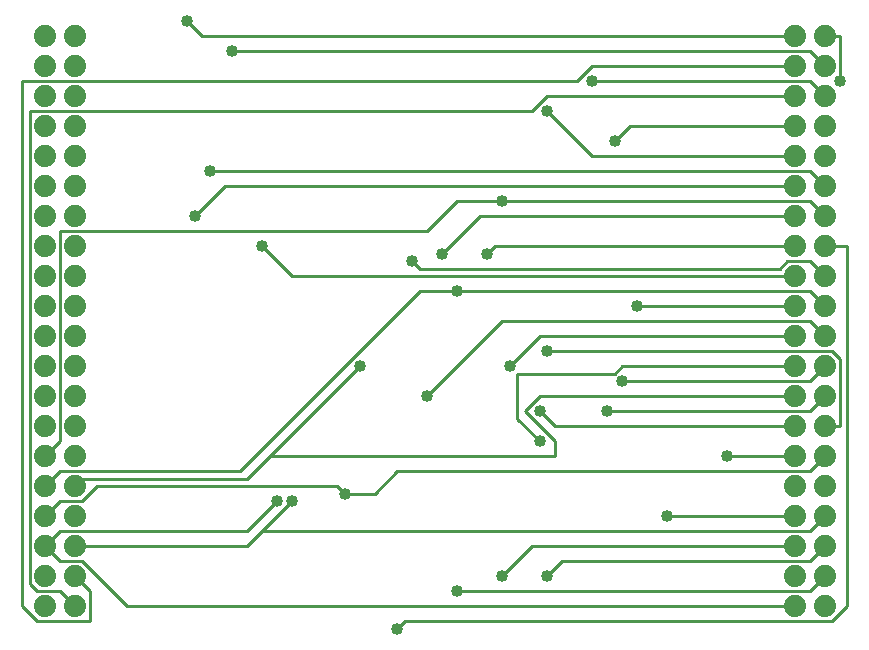
<source format=gbl>
G75*
%MOIN*%
%OFA0B0*%
%FSLAX25Y25*%
%IPPOS*%
%LPD*%
%AMOC8*
5,1,8,0,0,1.08239X$1,22.5*
%
%ADD10C,0.07400*%
%ADD11C,0.01000*%
%ADD12C,0.04000*%
D10*
X0503333Y0056000D03*
X0513333Y0056000D03*
X0513333Y0066000D03*
X0503333Y0066000D03*
X0503333Y0076000D03*
X0513333Y0076000D03*
X0513333Y0086000D03*
X0503333Y0086000D03*
X0503333Y0096000D03*
X0513333Y0096000D03*
X0513333Y0106000D03*
X0503333Y0106000D03*
X0503333Y0116000D03*
X0513333Y0116000D03*
X0513333Y0126000D03*
X0503333Y0126000D03*
X0503333Y0136000D03*
X0513333Y0136000D03*
X0513333Y0146000D03*
X0503333Y0146000D03*
X0503333Y0156000D03*
X0513333Y0156000D03*
X0513333Y0166000D03*
X0503333Y0166000D03*
X0503333Y0176000D03*
X0513333Y0176000D03*
X0513333Y0186000D03*
X0503333Y0186000D03*
X0503333Y0196000D03*
X0513333Y0196000D03*
X0513333Y0206000D03*
X0503333Y0206000D03*
X0503333Y0216000D03*
X0513333Y0216000D03*
X0513333Y0226000D03*
X0503333Y0226000D03*
X0503333Y0236000D03*
X0513333Y0236000D03*
X0513333Y0246000D03*
X0503333Y0246000D03*
X0753333Y0246000D03*
X0763333Y0246000D03*
X0763333Y0236000D03*
X0753333Y0236000D03*
X0753333Y0226000D03*
X0763333Y0226000D03*
X0763333Y0216000D03*
X0753333Y0216000D03*
X0753333Y0206000D03*
X0763333Y0206000D03*
X0763333Y0196000D03*
X0753333Y0196000D03*
X0753333Y0186000D03*
X0763333Y0186000D03*
X0763333Y0176000D03*
X0753333Y0176000D03*
X0753333Y0166000D03*
X0763333Y0166000D03*
X0763333Y0156000D03*
X0753333Y0156000D03*
X0753333Y0146000D03*
X0763333Y0146000D03*
X0763333Y0136000D03*
X0753333Y0136000D03*
X0753333Y0126000D03*
X0763333Y0126000D03*
X0763333Y0116000D03*
X0753333Y0116000D03*
X0753333Y0106000D03*
X0763333Y0106000D03*
X0763333Y0096000D03*
X0753333Y0096000D03*
X0753333Y0086000D03*
X0763333Y0086000D03*
X0763333Y0076000D03*
X0753333Y0076000D03*
X0753333Y0066000D03*
X0763333Y0066000D03*
X0763333Y0056000D03*
X0753333Y0056000D03*
D11*
X0495833Y0056000D02*
X0495833Y0231000D01*
X0680833Y0231000D01*
X0685833Y0236000D01*
X0753333Y0236000D01*
X0758333Y0241000D02*
X0763333Y0236000D01*
X0758333Y0241000D02*
X0565833Y0241000D01*
X0555833Y0246000D02*
X0753333Y0246000D01*
X0763333Y0246000D02*
X0768333Y0246000D01*
X0768333Y0231000D01*
X0763333Y0226000D02*
X0758333Y0231000D01*
X0685833Y0231000D01*
X0670833Y0226000D02*
X0753333Y0226000D01*
X0753333Y0216000D02*
X0698333Y0216000D01*
X0693333Y0211000D01*
X0685833Y0206000D02*
X0753333Y0206000D01*
X0758333Y0201000D02*
X0763333Y0196000D01*
X0758333Y0191000D02*
X0763333Y0186000D01*
X0753333Y0186000D02*
X0648333Y0186000D01*
X0635833Y0173500D01*
X0628333Y0168500D02*
X0625833Y0171000D01*
X0628333Y0168500D02*
X0748333Y0168500D01*
X0750833Y0171000D01*
X0758333Y0171000D01*
X0763333Y0166000D01*
X0758333Y0161000D02*
X0763333Y0156000D01*
X0758333Y0151000D02*
X0763333Y0146000D01*
X0753333Y0146000D02*
X0668333Y0146000D01*
X0658333Y0136000D01*
X0660833Y0133500D02*
X0693333Y0133500D01*
X0695833Y0136000D01*
X0753333Y0136000D01*
X0758333Y0131000D02*
X0763333Y0136000D01*
X0768333Y0138500D02*
X0765833Y0141000D01*
X0670833Y0141000D01*
X0660833Y0133500D02*
X0660833Y0118500D01*
X0668333Y0111000D01*
X0673333Y0111000D02*
X0673333Y0106000D01*
X0578333Y0106000D01*
X0608333Y0136000D01*
X0630833Y0126000D02*
X0655833Y0151000D01*
X0758333Y0151000D01*
X0753333Y0156000D02*
X0700833Y0156000D01*
X0653333Y0176000D02*
X0650833Y0173500D01*
X0653333Y0176000D02*
X0753333Y0176000D01*
X0763333Y0176000D02*
X0770833Y0176000D01*
X0770833Y0056000D01*
X0765833Y0051000D01*
X0623333Y0051000D01*
X0620833Y0048500D01*
X0640833Y0061000D02*
X0758333Y0061000D01*
X0763333Y0066000D01*
X0758333Y0071000D02*
X0763333Y0076000D01*
X0758333Y0081000D02*
X0575833Y0081000D01*
X0585833Y0091000D01*
X0580833Y0091000D02*
X0570833Y0081000D01*
X0508333Y0081000D01*
X0503333Y0076000D01*
X0508333Y0071000D01*
X0515833Y0071000D01*
X0530833Y0056000D01*
X0753333Y0056000D01*
X0758333Y0071000D02*
X0675833Y0071000D01*
X0670833Y0066000D01*
X0665833Y0076000D02*
X0655833Y0066000D01*
X0665833Y0076000D02*
X0753333Y0076000D01*
X0758333Y0081000D02*
X0763333Y0086000D01*
X0753333Y0086000D02*
X0710833Y0086000D01*
X0758333Y0101000D02*
X0620833Y0101000D01*
X0613333Y0093500D01*
X0603333Y0093500D01*
X0600833Y0096000D01*
X0520833Y0096000D01*
X0515833Y0091000D01*
X0508333Y0091000D01*
X0503333Y0086000D01*
X0503333Y0096000D02*
X0508333Y0101000D01*
X0568333Y0101000D01*
X0628333Y0161000D01*
X0640833Y0161000D01*
X0758333Y0161000D01*
X0753333Y0166000D02*
X0585833Y0166000D01*
X0575833Y0176000D01*
X0563333Y0196000D02*
X0553333Y0186000D01*
X0563333Y0196000D02*
X0753333Y0196000D01*
X0758333Y0191000D02*
X0655833Y0191000D01*
X0640833Y0191000D01*
X0630833Y0181000D01*
X0508333Y0181000D01*
X0508333Y0111000D01*
X0503333Y0106000D01*
X0513333Y0096000D02*
X0515833Y0098500D01*
X0570833Y0098500D01*
X0578333Y0106000D01*
X0575833Y0081000D02*
X0570833Y0076000D01*
X0513333Y0076000D01*
X0513333Y0066000D02*
X0518333Y0061000D01*
X0518333Y0051000D01*
X0500833Y0051000D01*
X0495833Y0056000D01*
X0500833Y0061000D02*
X0498333Y0063500D01*
X0498333Y0221000D01*
X0665833Y0221000D01*
X0670833Y0226000D01*
X0670833Y0221000D02*
X0685833Y0206000D01*
X0758333Y0201000D02*
X0558333Y0201000D01*
X0555833Y0246000D02*
X0550833Y0251000D01*
X0768333Y0138500D02*
X0768333Y0116000D01*
X0763333Y0116000D01*
X0753333Y0116000D02*
X0673333Y0116000D01*
X0668333Y0121000D01*
X0663333Y0121000D02*
X0668333Y0126000D01*
X0753333Y0126000D01*
X0758333Y0121000D02*
X0763333Y0126000D01*
X0758333Y0121000D02*
X0690833Y0121000D01*
X0695833Y0131000D02*
X0758333Y0131000D01*
X0753333Y0106000D02*
X0730833Y0106000D01*
X0758333Y0101000D02*
X0763333Y0106000D01*
X0673333Y0111000D02*
X0663333Y0121000D01*
X0513333Y0056000D02*
X0508333Y0061000D01*
X0500833Y0061000D01*
D12*
X0580833Y0091000D03*
X0585833Y0091000D03*
X0603333Y0093500D03*
X0668333Y0111000D03*
X0668333Y0121000D03*
X0690833Y0121000D03*
X0695833Y0131000D03*
X0670833Y0141000D03*
X0658333Y0136000D03*
X0630833Y0126000D03*
X0608333Y0136000D03*
X0640833Y0161000D03*
X0625833Y0171000D03*
X0635833Y0173500D03*
X0650833Y0173500D03*
X0655833Y0191000D03*
X0693333Y0211000D03*
X0670833Y0221000D03*
X0685833Y0231000D03*
X0768333Y0231000D03*
X0575833Y0176000D03*
X0553333Y0186000D03*
X0558333Y0201000D03*
X0565833Y0241000D03*
X0550833Y0251000D03*
X0700833Y0156000D03*
X0730833Y0106000D03*
X0710833Y0086000D03*
X0670833Y0066000D03*
X0655833Y0066000D03*
X0640833Y0061000D03*
X0620833Y0048500D03*
M02*

</source>
